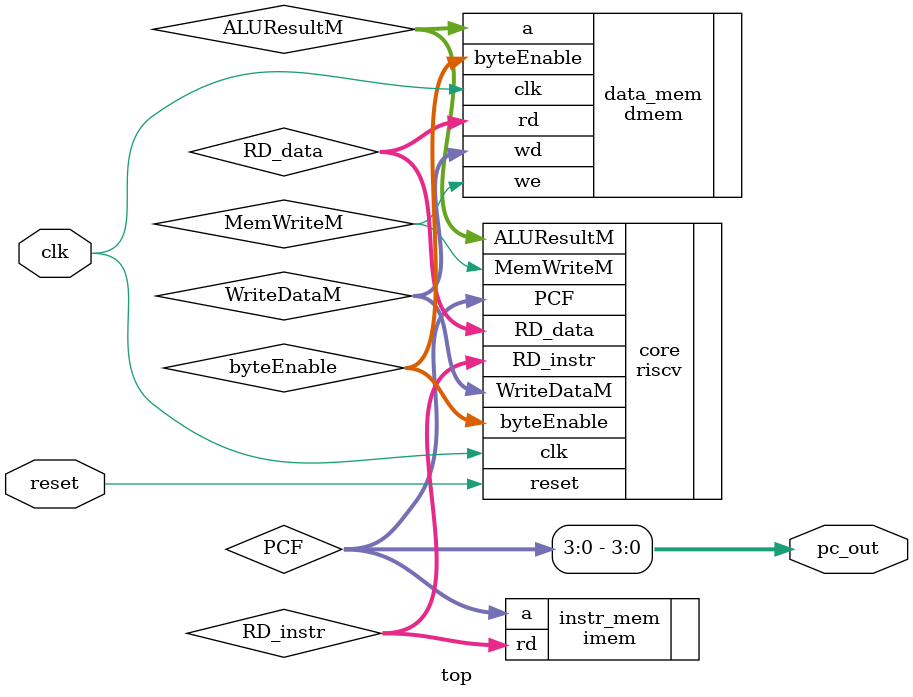
<source format=sv>

`timescale 1ns/1ps

module top (

        input logic clk,
        input logic reset,
        output logic [3:0] pc_out
        // output logic [31:0] rd_instr

);

    logic [31:0] ALUResultM, PCF, RD_instr, RD_data, WriteDataM;
    logic [3:0]  byteEnable;
    logic        MemWriteM;

    assign pc_out =     PCF[3:0];
    // assign rd_instr =   RD_instr;

    riscv core (
        .clk(clk),
        .reset(reset),
        .RD_instr(RD_instr),
        .RD_data(RD_data),
        .PCF(PCF),
        .ALUResultM(ALUResultM),
        .WriteDataM(WriteDataM),
        .MemWriteM(MemWriteM),
        .byteEnable(byteEnable)
    );

    imem instr_mem (
        .a(PCF),
        .rd(RD_instr)
    );

    dmem data_mem (
        .clk(clk),
        .we(MemWriteM),
        .byteEnable(byteEnable),
        .a(ALUResultM),
        .wd(WriteDataM),
        .rd(RD_data)
    );
    
endmodule
</source>
